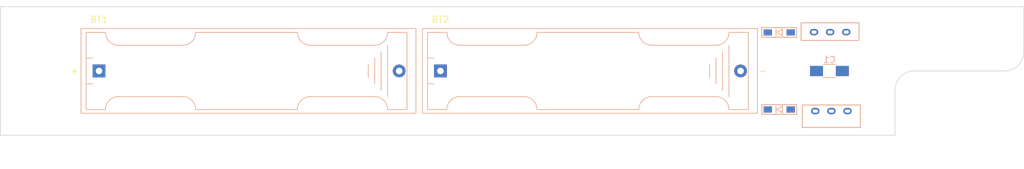
<source format=kicad_pcb>
(kicad_pcb (version 20171130) (host pcbnew "(5.1.5)-3")

  (general
    (thickness 3)
    (drawings 12)
    (tracks 0)
    (zones 0)
    (modules 10)
    (nets 7)
  )

  (page A3)
  (layers
    (0 F.Cu signal)
    (31 B.Cu signal)
    (32 B.Adhes user)
    (33 F.Adhes user)
    (34 B.Paste user)
    (35 F.Paste user)
    (36 B.SilkS user)
    (37 F.SilkS user)
    (38 B.Mask user)
    (39 F.Mask user)
    (40 Dwgs.User user)
    (41 Cmts.User user)
    (42 Eco1.User user)
    (43 Eco2.User user)
    (44 Edge.Cuts user)
    (45 Margin user)
    (46 B.CrtYd user)
    (47 F.CrtYd user)
    (48 B.Fab user)
    (49 F.Fab user)
  )

  (setup
    (last_trace_width 0.25)
    (user_trace_width 0.5)
    (trace_clearance 0.2)
    (zone_clearance 0.508)
    (zone_45_only no)
    (trace_min 0.2)
    (via_size 0.8)
    (via_drill 0.4)
    (via_min_size 0.4)
    (via_min_drill 0.3)
    (uvia_size 0.3)
    (uvia_drill 0.1)
    (uvias_allowed no)
    (uvia_min_size 0.2)
    (uvia_min_drill 0.1)
    (edge_width 0.1)
    (segment_width 0.2)
    (pcb_text_width 0.3)
    (pcb_text_size 1.5 1.5)
    (mod_edge_width 0.15)
    (mod_text_size 1 1)
    (mod_text_width 0.15)
    (pad_size 2.2 2.2)
    (pad_drill 2.2)
    (pad_to_mask_clearance 0)
    (solder_mask_min_width 0.25)
    (aux_axis_origin 0 0)
    (visible_elements 7FFFFFFF)
    (pcbplotparams
      (layerselection 0x01000_7ffffffe)
      (usegerberextensions false)
      (usegerberattributes false)
      (usegerberadvancedattributes false)
      (creategerberjobfile false)
      (excludeedgelayer true)
      (linewidth 0.100000)
      (plotframeref false)
      (viasonmask false)
      (mode 1)
      (useauxorigin false)
      (hpglpennumber 1)
      (hpglpenspeed 20)
      (hpglpendiameter 15.000000)
      (psnegative false)
      (psa4output false)
      (plotreference true)
      (plotvalue true)
      (plotinvisibletext false)
      (padsonsilk false)
      (subtractmaskfromsilk false)
      (outputformat 4)
      (mirror false)
      (drillshape 0)
      (scaleselection 1)
      (outputdirectory "C:/Users/サリチル酸/Desktop/"))
  )

  (net 0 "")
  (net 1 GND)
  (net 2 "Net-(BT1-Pad1)")
  (net 3 Bat+)
  (net 4 "Net-(D1-Pad1)")
  (net 5 "Net-(SW1-Pad3)")
  (net 6 "Net-(BT2-Pad1)")

  (net_class Default "これはデフォルトのネット クラスです。"
    (clearance 0.2)
    (trace_width 0.25)
    (via_dia 0.8)
    (via_drill 0.4)
    (uvia_dia 0.3)
    (uvia_drill 0.1)
    (add_net Bat+)
    (add_net GND)
    (add_net "Net-(BT1-Pad1)")
    (add_net "Net-(BT2-Pad1)")
    (add_net "Net-(D1-Pad1)")
    (add_net "Net-(SW1-Pad3)")
  )

  (module kbd:BatteryHolder_単4_Rev (layer F.Cu) (tedit 609D58DD) (tstamp 609DC656)
    (at 82.3 30)
    (descr "1xAAA Battery Holder, Keystone, Plastic Case, http://www.keyelco.com/product-pdf.cfm?p=1031")
    (tags "AAA battery holder Keystone")
    (path /609D63D6)
    (fp_text reference BT2 (at 0 -8 180) (layer F.SilkS)
      (effects (font (size 1 1) (thickness 0.15)))
    )
    (fp_text value Battery_Cell (at 22 0) (layer F.Fab)
      (effects (font (size 1 1) (thickness 0.15)))
    )
    (fp_line (start -2.8 -6.6) (end -2.8 6.6) (layer F.SilkS) (width 0.12))
    (fp_line (start -2 6) (end 1 6) (layer F.SilkS) (width 0.12))
    (fp_line (start -1 2) (end -2 2) (layer F.SilkS) (width 0.12))
    (fp_line (start -2 -6) (end -2 6) (layer F.SilkS) (width 0.12))
    (fp_line (start -2 -6) (end 1 -6) (layer F.SilkS) (width 0.12))
    (fp_line (start -2 -2) (end -1 -2) (layer F.SilkS) (width 0.12))
    (fp_line (start 3 -4) (end 13 -4) (layer B.SilkS) (width 0.12))
    (fp_line (start 3 4) (end 13 4) (layer B.SilkS) (width 0.12))
    (fp_arc (start 13 -6) (end 15 -6) (angle 90) (layer B.SilkS) (width 0.12))
    (fp_arc (start 3 6) (end 1 6) (angle 90) (layer B.SilkS) (width 0.12))
    (fp_arc (start 13 6) (end 13 4) (angle 90) (layer B.SilkS) (width 0.12))
    (fp_arc (start 3 -6) (end 3 -4) (angle 90) (layer B.SilkS) (width 0.12))
    (fp_line (start 30.8 -6) (end 15 -6) (layer B.SilkS) (width 0.12))
    (fp_arc (start 32.8 -6) (end 32.8 -4) (angle 90) (layer B.SilkS) (width 0.12))
    (fp_line (start 15 6) (end 30.8 6) (layer B.SilkS) (width 0.12))
    (fp_arc (start 32.8 6) (end 30.8 6) (angle 90) (layer B.SilkS) (width 0.12))
    (fp_arc (start 42.8 -6) (end 44.8 -6) (angle 90) (layer B.SilkS) (width 0.12))
    (fp_line (start 42.8 4) (end 32.8 4) (layer B.SilkS) (width 0.12))
    (fp_line (start 42.8 -2) (end 42.8 2) (layer B.SilkS) (width 0.12))
    (fp_arc (start 42.8 6) (end 42.8 4) (angle 90) (layer B.SilkS) (width 0.12))
    (fp_line (start 41.8 -1) (end 41.8 1) (layer B.SilkS) (width 0.12))
    (fp_line (start 42.8 -4) (end 32.8 -4) (layer B.SilkS) (width 0.12))
    (fp_line (start 43.8 3) (end 43.8 -3) (layer B.SilkS) (width 0.12))
    (fp_line (start 44.8 -4) (end 44.8 4) (layer B.SilkS) (width 0.12))
    (fp_line (start 49.2 -6.6) (end -2.8 -6.6) (layer B.SilkS) (width 0.12))
    (fp_line (start 47.8 -6) (end 44.8 -6) (layer B.SilkS) (width 0.12))
    (fp_line (start 47.8 6) (end 44.8 6) (layer B.SilkS) (width 0.12))
    (fp_line (start 47.8 -6) (end 47.8 6) (layer B.SilkS) (width 0.12))
    (fp_line (start -2.8 6.6) (end 49.2 6.6) (layer B.SilkS) (width 0.12))
    (fp_text user - (at 50.06 0) (layer F.SilkS)
      (effects (font (size 1 1) (thickness 0.15)))
    )
    (fp_line (start 49.2 6.6) (end 49.2 -6.6) (layer B.SilkS) (width 0.12))
    (fp_line (start -2.7 6.5) (end -2.7 0) (layer F.Fab) (width 0.1))
    (fp_line (start 47.3 6.5) (end -2.7 6.5) (layer F.Fab) (width 0.1))
    (fp_line (start 47.3 -6.5) (end 47.3 6.5) (layer F.Fab) (width 0.1))
    (fp_line (start -2.7 -6.5) (end 47.3 -6.5) (layer F.Fab) (width 0.1))
    (fp_line (start -2.7 0) (end -2.7 -6.5) (layer F.Fab) (width 0.1))
    (fp_line (start 47.8 6) (end 44.8 6) (layer F.SilkS) (width 0.12))
    (fp_line (start 47.8 -6) (end 47.8 6) (layer F.SilkS) (width 0.12))
    (fp_line (start 47.8 -6) (end 44.8 -6) (layer F.SilkS) (width 0.12))
    (fp_line (start -2 6) (end 1 6) (layer B.SilkS) (width 0.12))
    (fp_line (start -2 -6) (end -2 6) (layer B.SilkS) (width 0.12))
    (fp_line (start -2 -6) (end 1 -6) (layer B.SilkS) (width 0.12))
    (fp_arc (start 3 -6) (end 3 -4) (angle 90) (layer F.SilkS) (width 0.12))
    (fp_arc (start 42.8 -6) (end 44.8 -6) (angle 90) (layer F.SilkS) (width 0.12))
    (fp_arc (start 42.8 6) (end 42.8 4) (angle 90) (layer F.SilkS) (width 0.12))
    (fp_line (start 42.8 4) (end 32.8 4) (layer F.SilkS) (width 0.12))
    (fp_line (start 42.8 -4) (end 32.8 -4) (layer F.SilkS) (width 0.12))
    (fp_arc (start 3 6) (end 1 6) (angle 90) (layer F.SilkS) (width 0.12))
    (fp_line (start 3 -4) (end 13 -4) (layer F.SilkS) (width 0.12))
    (fp_line (start 3 4) (end 13 4) (layer F.SilkS) (width 0.12))
    (fp_arc (start 32.8 6) (end 30.8 6) (angle 90) (layer F.SilkS) (width 0.12))
    (fp_arc (start 13 6) (end 13 4) (angle 90) (layer F.SilkS) (width 0.12))
    (fp_arc (start 13 -6) (end 15 -6) (angle 90) (layer F.SilkS) (width 0.12))
    (fp_arc (start 32.8 -6) (end 32.8 -4) (angle 90) (layer F.SilkS) (width 0.12))
    (fp_line (start 30.8 -6) (end 15 -6) (layer F.SilkS) (width 0.12))
    (fp_line (start 15 6) (end 30.8 6) (layer F.SilkS) (width 0.12))
    (fp_line (start -1 2) (end -2 2) (layer B.SilkS) (width 0.12))
    (fp_line (start -2 -2) (end -1 -2) (layer B.SilkS) (width 0.12))
    (fp_line (start 44.8 -4) (end 44.8 4) (layer F.SilkS) (width 0.12))
    (fp_line (start 43.8 3) (end 43.8 -3) (layer F.SilkS) (width 0.12))
    (fp_line (start 42.8 -2) (end 42.8 2) (layer F.SilkS) (width 0.12))
    (fp_line (start 41.8 -1) (end 41.8 1) (layer F.SilkS) (width 0.12))
    (fp_line (start 49.2 -6.6) (end -2.8 -6.6) (layer F.SilkS) (width 0.12))
    (fp_line (start -2.8 -6.6) (end -2.8 6.6) (layer B.SilkS) (width 0.12))
    (fp_line (start -2.8 6.6) (end 49.2 6.6) (layer F.SilkS) (width 0.12))
    (fp_line (start 49.2 6.6) (end 49.2 -6.6) (layer F.SilkS) (width 0.12))
    (fp_line (start 47.8 -7) (end -3.2 -7) (layer F.CrtYd) (width 0.05))
    (fp_line (start -3.2 -7) (end -3.2 7) (layer F.CrtYd) (width 0.05))
    (fp_line (start -3.2 7) (end 47.8 7) (layer F.CrtYd) (width 0.05))
    (fp_line (start 47.8 7) (end 47.8 -7) (layer F.CrtYd) (width 0.05))
    (fp_text user %R (at 0 0) (layer F.Fab)
      (effects (font (size 1 1) (thickness 0.15)))
    )
    (fp_text user - (at 50.06 0) (layer F.SilkS)
      (effects (font (size 1 1) (thickness 0.15)))
    )
    (pad 2 thru_hole circle (at 46.6 0) (size 2 2) (drill 1.02) (layers *.Cu *.Mask)
      (net 1 GND))
    (pad 1 thru_hole rect (at 0 0) (size 2 2) (drill 1.02) (layers *.Cu *.Mask)
      (net 6 "Net-(BT2-Pad1)"))
    (model ${KISYS3DMOD}/Battery.3dshapes/BatteryHolder_Keystone_2466_1xAAA.wrl
      (at (xyz 0 0 0))
      (scale (xyz 1 1 1))
      (rotate (xyz 0 0 0))
    )
  )

  (module kbd:BatteryHolder_単4_Rev (layer F.Cu) (tedit 609D58DD) (tstamp 6089F175)
    (at 29.3 30)
    (descr "1xAAA Battery Holder, Keystone, Plastic Case, http://www.keyelco.com/product-pdf.cfm?p=1031")
    (tags "AAA battery holder Keystone")
    (path /5D892970)
    (fp_text reference BT1 (at 0 -8 180) (layer F.SilkS)
      (effects (font (size 1 1) (thickness 0.15)))
    )
    (fp_text value Battery_Cell (at 22 0) (layer F.Fab)
      (effects (font (size 1 1) (thickness 0.15)))
    )
    (fp_text user + (at -3.81 0) (layer F.SilkS)
      (effects (font (size 1 1) (thickness 0.15)))
    )
    (fp_line (start -2.8 -6.6) (end -2.8 6.6) (layer F.SilkS) (width 0.12))
    (fp_line (start -2 6) (end 1 6) (layer F.SilkS) (width 0.12))
    (fp_line (start -1 2) (end -2 2) (layer F.SilkS) (width 0.12))
    (fp_line (start -2 -6) (end -2 6) (layer F.SilkS) (width 0.12))
    (fp_line (start -2 -6) (end 1 -6) (layer F.SilkS) (width 0.12))
    (fp_line (start -2 -2) (end -1 -2) (layer F.SilkS) (width 0.12))
    (fp_line (start 3 -4) (end 13 -4) (layer B.SilkS) (width 0.12))
    (fp_line (start 3 4) (end 13 4) (layer B.SilkS) (width 0.12))
    (fp_arc (start 13 -6) (end 15 -6) (angle 90) (layer B.SilkS) (width 0.12))
    (fp_arc (start 3 6) (end 1 6) (angle 90) (layer B.SilkS) (width 0.12))
    (fp_arc (start 13 6) (end 13 4) (angle 90) (layer B.SilkS) (width 0.12))
    (fp_arc (start 3 -6) (end 3 -4) (angle 90) (layer B.SilkS) (width 0.12))
    (fp_line (start 30.8 -6) (end 15 -6) (layer B.SilkS) (width 0.12))
    (fp_arc (start 32.8 -6) (end 32.8 -4) (angle 90) (layer B.SilkS) (width 0.12))
    (fp_line (start 15 6) (end 30.8 6) (layer B.SilkS) (width 0.12))
    (fp_arc (start 32.8 6) (end 30.8 6) (angle 90) (layer B.SilkS) (width 0.12))
    (fp_arc (start 42.8 -6) (end 44.8 -6) (angle 90) (layer B.SilkS) (width 0.12))
    (fp_line (start 42.8 4) (end 32.8 4) (layer B.SilkS) (width 0.12))
    (fp_line (start 42.8 -2) (end 42.8 2) (layer B.SilkS) (width 0.12))
    (fp_arc (start 42.8 6) (end 42.8 4) (angle 90) (layer B.SilkS) (width 0.12))
    (fp_line (start 41.8 -1) (end 41.8 1) (layer B.SilkS) (width 0.12))
    (fp_line (start 42.8 -4) (end 32.8 -4) (layer B.SilkS) (width 0.12))
    (fp_line (start 43.8 3) (end 43.8 -3) (layer B.SilkS) (width 0.12))
    (fp_line (start 44.8 -4) (end 44.8 4) (layer B.SilkS) (width 0.12))
    (fp_line (start 49.2 -6.6) (end -2.8 -6.6) (layer B.SilkS) (width 0.12))
    (fp_line (start 47.8 -6) (end 44.8 -6) (layer B.SilkS) (width 0.12))
    (fp_line (start 47.8 6) (end 44.8 6) (layer B.SilkS) (width 0.12))
    (fp_line (start 47.8 -6) (end 47.8 6) (layer B.SilkS) (width 0.12))
    (fp_line (start -2.8 6.6) (end 49.2 6.6) (layer B.SilkS) (width 0.12))
    (fp_line (start 49.2 6.6) (end 49.2 -6.6) (layer B.SilkS) (width 0.12))
    (fp_line (start -2.7 6.5) (end -2.7 0) (layer F.Fab) (width 0.1))
    (fp_line (start 47.3 6.5) (end -2.7 6.5) (layer F.Fab) (width 0.1))
    (fp_line (start 47.3 -6.5) (end 47.3 6.5) (layer F.Fab) (width 0.1))
    (fp_line (start -2.7 -6.5) (end 47.3 -6.5) (layer F.Fab) (width 0.1))
    (fp_line (start -2.7 0) (end -2.7 -6.5) (layer F.Fab) (width 0.1))
    (fp_line (start 47.8 6) (end 44.8 6) (layer F.SilkS) (width 0.12))
    (fp_line (start 47.8 -6) (end 47.8 6) (layer F.SilkS) (width 0.12))
    (fp_line (start 47.8 -6) (end 44.8 -6) (layer F.SilkS) (width 0.12))
    (fp_line (start -2 6) (end 1 6) (layer B.SilkS) (width 0.12))
    (fp_line (start -2 -6) (end -2 6) (layer B.SilkS) (width 0.12))
    (fp_line (start -2 -6) (end 1 -6) (layer B.SilkS) (width 0.12))
    (fp_arc (start 3 -6) (end 3 -4) (angle 90) (layer F.SilkS) (width 0.12))
    (fp_arc (start 42.8 -6) (end 44.8 -6) (angle 90) (layer F.SilkS) (width 0.12))
    (fp_arc (start 42.8 6) (end 42.8 4) (angle 90) (layer F.SilkS) (width 0.12))
    (fp_line (start 42.8 4) (end 32.8 4) (layer F.SilkS) (width 0.12))
    (fp_line (start 42.8 -4) (end 32.8 -4) (layer F.SilkS) (width 0.12))
    (fp_arc (start 3 6) (end 1 6) (angle 90) (layer F.SilkS) (width 0.12))
    (fp_line (start 3 -4) (end 13 -4) (layer F.SilkS) (width 0.12))
    (fp_line (start 3 4) (end 13 4) (layer F.SilkS) (width 0.12))
    (fp_arc (start 32.8 6) (end 30.8 6) (angle 90) (layer F.SilkS) (width 0.12))
    (fp_arc (start 13 6) (end 13 4) (angle 90) (layer F.SilkS) (width 0.12))
    (fp_arc (start 13 -6) (end 15 -6) (angle 90) (layer F.SilkS) (width 0.12))
    (fp_arc (start 32.8 -6) (end 32.8 -4) (angle 90) (layer F.SilkS) (width 0.12))
    (fp_line (start 30.8 -6) (end 15 -6) (layer F.SilkS) (width 0.12))
    (fp_line (start 15 6) (end 30.8 6) (layer F.SilkS) (width 0.12))
    (fp_line (start -1 2) (end -2 2) (layer B.SilkS) (width 0.12))
    (fp_line (start -2 -2) (end -1 -2) (layer B.SilkS) (width 0.12))
    (fp_line (start 44.8 -4) (end 44.8 4) (layer F.SilkS) (width 0.12))
    (fp_line (start 43.8 3) (end 43.8 -3) (layer F.SilkS) (width 0.12))
    (fp_line (start 42.8 -2) (end 42.8 2) (layer F.SilkS) (width 0.12))
    (fp_line (start 41.8 -1) (end 41.8 1) (layer F.SilkS) (width 0.12))
    (fp_line (start 49.2 -6.6) (end -2.8 -6.6) (layer F.SilkS) (width 0.12))
    (fp_line (start -2.8 -6.6) (end -2.8 6.6) (layer B.SilkS) (width 0.12))
    (fp_line (start -2.8 6.6) (end 49.2 6.6) (layer F.SilkS) (width 0.12))
    (fp_line (start 49.2 6.6) (end 49.2 -6.6) (layer F.SilkS) (width 0.12))
    (fp_line (start 47.8 -7) (end -3.2 -7) (layer F.CrtYd) (width 0.05))
    (fp_line (start -3.2 -7) (end -3.2 7) (layer F.CrtYd) (width 0.05))
    (fp_line (start -3.2 7) (end 47.8 7) (layer F.CrtYd) (width 0.05))
    (fp_line (start 47.8 7) (end 47.8 -7) (layer F.CrtYd) (width 0.05))
    (fp_text user %R (at 0 0) (layer F.Fab)
      (effects (font (size 1 1) (thickness 0.15)))
    )
    (fp_text user + (at -3.81 0) (layer F.SilkS)
      (effects (font (size 1 1) (thickness 0.15)))
    )
    (pad 2 thru_hole circle (at 46.6 0) (size 2 2) (drill 1.02) (layers *.Cu *.Mask)
      (net 1 GND))
    (pad 1 thru_hole rect (at 0 0) (size 2 2) (drill 1.02) (layers *.Cu *.Mask)
      (net 2 "Net-(BT1-Pad1)"))
    (model ${KISYS3DMOD}/Battery.3dshapes/BatteryHolder_Keystone_2466_1xAAA.wrl
      (at (xyz 0 0 0))
      (scale (xyz 1 1 1))
      (rotate (xyz 0 0 0))
    )
  )

  (module kbd:HOLE_m2 (layer F.Cu) (tedit 5CAF8CEE) (tstamp 609DE85A)
    (at 19 37)
    (descr "Mounting Hole 2.2mm, no annular, M2")
    (tags "mounting hole 2.2mm no annular m2")
    (path /609D9CF6)
    (attr virtual)
    (fp_text reference J4 (at 0 -3.2) (layer F.Fab)
      (effects (font (size 1 1) (thickness 0.15)))
    )
    (fp_text value Conn_01x01 (at 0 3.2) (layer F.Fab)
      (effects (font (size 1 1) (thickness 0.15)))
    )
    (fp_circle (center 0 0) (end 2.45 0) (layer F.CrtYd) (width 0.05))
    (fp_circle (center 0 0) (end 2.2 0) (layer Cmts.User) (width 0.15))
    (fp_text user %R (at 0.3 0) (layer F.Fab)
      (effects (font (size 1 1) (thickness 0.15)))
    )
    (pad "" np_thru_hole circle (at 0 0) (size 2.2 2.2) (drill 2.2) (layers *.Cu *.Mask))
  )

  (module kbd:MSK-12D19_r (layer F.Cu) (tedit 5FAACD85) (tstamp 6089F1BC)
    (at 143 37.3 180)
    (path /5D892A93)
    (fp_text reference SW1 (at 0 -2) (layer F.Fab)
      (effects (font (size 1 1) (thickness 0.15)))
    )
    (fp_text value SW_Push_SPDT (at 0 3.5) (layer F.Fab) hide
      (effects (font (size 1 1) (thickness 0.15)))
    )
    (fp_line (start -4.5 2) (end 4.5 2) (layer B.SilkS) (width 0.15))
    (fp_line (start -4.5 -1.5) (end -4.5 2) (layer B.SilkS) (width 0.15))
    (fp_line (start 4.5 2) (end 4.5 -1.5) (layer B.SilkS) (width 0.15))
    (fp_line (start 4.5 -1.5) (end -4.5 -1.5) (layer B.SilkS) (width 0.15))
    (fp_line (start 4.5 -1.5) (end 4.5 2) (layer F.SilkS) (width 0.15))
    (fp_line (start -4.5 -1.5) (end 4.5 -1.5) (layer F.SilkS) (width 0.15))
    (fp_line (start -4.5 2) (end -4.5 -1.5) (layer F.SilkS) (width 0.15))
    (fp_line (start 4.5 2) (end -4.5 2) (layer F.SilkS) (width 0.15))
    (fp_text user MSK-12D19 (at 0 -0.5) (layer F.SilkS) hide
      (effects (font (size 1 1) (thickness 0.15)))
    )
    (pad 1 thru_hole oval (at -2.5 1.05 180) (size 1.3 1) (drill oval 0.8 0.5) (layers *.Cu *.Mask)
      (net 3 Bat+) (clearance 0.15))
    (pad 2 thru_hole oval (at 0 1.05 180) (size 1.3 1) (drill oval 0.8 0.5) (layers *.Cu *.Mask)
      (net 4 "Net-(D1-Pad1)") (clearance 0.15))
    (pad 3 thru_hole oval (at 2.5 1.05 180) (size 1.3 1) (drill oval 0.8 0.5) (layers *.Cu *.Mask)
      (net 5 "Net-(SW1-Pad3)") (clearance 0.15))
    (model "../../../../../../Users/pluis/Documents/Magic Briefcase/Documents/KiCad/3d/AB2_TRS_3p5MM_PTH.wrl"
      (at (xyz 0 0 0))
      (scale (xyz 0.42 0.42 0.42))
      (rotate (xyz 0 0 90))
    )
  )

  (module kbd:XH2.5_rev (layer B.Cu) (tedit 609D563F) (tstamp 6089F1A0)
    (at 142.8 24)
    (path /5D9B70C9)
    (fp_text reference J1 (at -3 2) (layer B.Fab)
      (effects (font (size 1 1) (thickness 0.15)) (justify mirror))
    )
    (fp_text value Conn_01x02 (at 0 -3.5) (layer B.Fab) hide
      (effects (font (size 1 1) (thickness 0.15)) (justify mirror))
    )
    (fp_line (start -4.5 -1.5) (end -4.5 1.25) (layer F.SilkS) (width 0.15))
    (fp_line (start -4.5 1.25) (end 4.5 1.25) (layer F.SilkS) (width 0.15))
    (fp_line (start 4.5 -1.5) (end -4.5 -1.5) (layer F.SilkS) (width 0.15))
    (fp_line (start 4.5 1.25) (end 4.5 -1.5) (layer F.SilkS) (width 0.15))
    (fp_line (start 4.5 1.25) (end 4.5 -1.5) (layer B.SilkS) (width 0.15))
    (fp_line (start -4.5 1.25) (end 4.5 1.25) (layer B.SilkS) (width 0.15))
    (fp_line (start -4.5 -1.5) (end -4.5 1.25) (layer B.SilkS) (width 0.15))
    (fp_line (start 4.5 -1.5) (end -4.5 -1.5) (layer B.SilkS) (width 0.15))
    (fp_text user XH2.5 (at 1.25 2) (layer B.SilkS) hide
      (effects (font (size 1 1) (thickness 0.15)) (justify mirror))
    )
    (pad 2 thru_hole oval (at -2.5 -0.05) (size 1.3 1) (drill oval 0.8 0.5) (layers *.Cu *.Mask)
      (net 1 GND) (clearance 0.15))
    (pad 1 thru_hole oval (at 0 -0.05) (size 1.3 1) (drill oval 0.8 0.5) (layers *.Cu *.Mask)
      (net 3 Bat+) (clearance 0.15))
    (pad 2 thru_hole oval (at 2.5 -0.05) (size 1.3 1) (drill oval 0.8 0.5) (layers *.Cu *.Mask)
      (net 1 GND) (clearance 0.15))
    (model "../../../../../../Users/pluis/Documents/Magic Briefcase/Documents/KiCad/3d/AB2_TRS_3p5MM_PTH.wrl"
      (at (xyz 0 0 0))
      (scale (xyz 0.42 0.42 0.42))
      (rotate (xyz 0 0 90))
    )
  )

  (module kbd:D3_SMD (layer F.Cu) (tedit 5B7FD6E5) (tstamp 609DC69B)
    (at 134.9 36)
    (descr "Resitance 3 pas")
    (tags R)
    (path /609D63E0)
    (autoplace_cost180 10)
    (fp_text reference D2 (at 0.5 0) (layer F.Fab) hide
      (effects (font (size 0.5 0.5) (thickness 0.125)))
    )
    (fp_text value D (at -0.6 0) (layer F.Fab) hide
      (effects (font (size 0.5 0.5) (thickness 0.125)))
    )
    (fp_line (start 2.7 0.75) (end 2.7 -0.75) (layer B.SilkS) (width 0.15))
    (fp_line (start -2.7 0.75) (end 2.7 0.75) (layer B.SilkS) (width 0.15))
    (fp_line (start -2.7 -0.75) (end -2.7 0.75) (layer B.SilkS) (width 0.15))
    (fp_line (start 2.7 -0.75) (end -2.7 -0.75) (layer B.SilkS) (width 0.15))
    (fp_line (start 0.5 0.5) (end -0.4 0) (layer B.SilkS) (width 0.15))
    (fp_line (start 0.5 -0.5) (end 0.5 0.5) (layer B.SilkS) (width 0.15))
    (fp_line (start -0.4 0) (end 0.5 -0.5) (layer B.SilkS) (width 0.15))
    (fp_line (start -2.7 0.75) (end 2.7 0.75) (layer F.SilkS) (width 0.15))
    (fp_line (start 2.7 -0.75) (end -2.7 -0.75) (layer F.SilkS) (width 0.15))
    (fp_line (start -2.7 -0.75) (end -2.7 0.75) (layer F.SilkS) (width 0.15))
    (fp_line (start 2.7 -0.75) (end 2.7 0.75) (layer F.SilkS) (width 0.15))
    (fp_line (start -0.5 -0.5) (end -0.5 0.5) (layer B.SilkS) (width 0.15))
    (fp_line (start 0.5 -0.5) (end 0.5 0.5) (layer F.SilkS) (width 0.15))
    (fp_line (start 0.5 0.5) (end -0.4 0) (layer F.SilkS) (width 0.15))
    (fp_line (start -0.4 0) (end 0.5 -0.5) (layer F.SilkS) (width 0.15))
    (fp_line (start -0.5 -0.5) (end -0.5 0.5) (layer F.SilkS) (width 0.15))
    (pad 2 smd rect (at 1.775 0) (size 1.3 0.95) (layers F.Cu F.Paste F.Mask)
      (net 6 "Net-(BT2-Pad1)"))
    (pad 1 smd rect (at -1.775 0) (size 1.3 0.95) (layers B.Cu B.Paste B.Mask)
      (net 4 "Net-(D1-Pad1)"))
    (pad 2 smd rect (at 1.775 0) (size 1.3 0.95) (layers B.Cu B.Paste B.Mask)
      (net 6 "Net-(BT2-Pad1)"))
    (pad 1 smd rect (at -1.775 0) (size 1.3 0.95) (layers F.Cu F.Paste F.Mask)
      (net 4 "Net-(D1-Pad1)"))
    (model Diodes_SMD.3dshapes/SMB_Handsoldering.wrl
      (at (xyz 0 0 0))
      (scale (xyz 0.22 0.15 0.15))
      (rotate (xyz 0 0 180))
    )
  )

  (module kbd:D3_SMD (layer F.Cu) (tedit 5B7FD6E5) (tstamp 6089F194)
    (at 134.9 24)
    (descr "Resitance 3 pas")
    (tags R)
    (path /5D8929BA)
    (autoplace_cost180 10)
    (fp_text reference D1 (at 0.5 0) (layer F.Fab) hide
      (effects (font (size 0.5 0.5) (thickness 0.125)))
    )
    (fp_text value D (at -0.6 0) (layer F.Fab) hide
      (effects (font (size 0.5 0.5) (thickness 0.125)))
    )
    (fp_line (start 2.7 0.75) (end 2.7 -0.75) (layer B.SilkS) (width 0.15))
    (fp_line (start -2.7 0.75) (end 2.7 0.75) (layer B.SilkS) (width 0.15))
    (fp_line (start -2.7 -0.75) (end -2.7 0.75) (layer B.SilkS) (width 0.15))
    (fp_line (start 2.7 -0.75) (end -2.7 -0.75) (layer B.SilkS) (width 0.15))
    (fp_line (start 0.5 0.5) (end -0.4 0) (layer B.SilkS) (width 0.15))
    (fp_line (start 0.5 -0.5) (end 0.5 0.5) (layer B.SilkS) (width 0.15))
    (fp_line (start -0.4 0) (end 0.5 -0.5) (layer B.SilkS) (width 0.15))
    (fp_line (start -2.7 0.75) (end 2.7 0.75) (layer F.SilkS) (width 0.15))
    (fp_line (start 2.7 -0.75) (end -2.7 -0.75) (layer F.SilkS) (width 0.15))
    (fp_line (start -2.7 -0.75) (end -2.7 0.75) (layer F.SilkS) (width 0.15))
    (fp_line (start 2.7 -0.75) (end 2.7 0.75) (layer F.SilkS) (width 0.15))
    (fp_line (start -0.5 -0.5) (end -0.5 0.5) (layer B.SilkS) (width 0.15))
    (fp_line (start 0.5 -0.5) (end 0.5 0.5) (layer F.SilkS) (width 0.15))
    (fp_line (start 0.5 0.5) (end -0.4 0) (layer F.SilkS) (width 0.15))
    (fp_line (start -0.4 0) (end 0.5 -0.5) (layer F.SilkS) (width 0.15))
    (fp_line (start -0.5 -0.5) (end -0.5 0.5) (layer F.SilkS) (width 0.15))
    (pad 2 smd rect (at 1.775 0) (size 1.3 0.95) (layers F.Cu F.Paste F.Mask)
      (net 2 "Net-(BT1-Pad1)"))
    (pad 1 smd rect (at -1.775 0) (size 1.3 0.95) (layers B.Cu B.Paste B.Mask)
      (net 4 "Net-(D1-Pad1)"))
    (pad 2 smd rect (at 1.775 0) (size 1.3 0.95) (layers B.Cu B.Paste B.Mask)
      (net 2 "Net-(BT1-Pad1)"))
    (pad 1 smd rect (at -1.775 0) (size 1.3 0.95) (layers F.Cu F.Paste F.Mask)
      (net 4 "Net-(D1-Pad1)"))
    (model Diodes_SMD.3dshapes/SMB_Handsoldering.wrl
      (at (xyz 0 0 0))
      (scale (xyz 0.22 0.15 0.15))
      (rotate (xyz 0 0 180))
    )
  )

  (module kbd:C_1206_HandSoldering_rev (layer F.Cu) (tedit 5FAD3D88) (tstamp 6089F186)
    (at 142.7 30)
    (descr "Capacitor SMD 1206, hand soldering")
    (tags "capacitor 1206")
    (path /5D892AEE)
    (attr smd)
    (fp_text reference "" (at 0 -1.75) (layer F.SilkS)
      (effects (font (size 1 1) (thickness 0.15)))
    )
    (fp_text value C_Small (at 0 2) (layer F.Fab)
      (effects (font (size 1 1) (thickness 0.15)))
    )
    (fp_text user C1 (at 0 -1.75) (layer B.SilkS)
      (effects (font (size 1 1) (thickness 0.15)) (justify mirror))
    )
    (fp_line (start 1 1.02) (end -1 1.02) (layer B.SilkS) (width 0.12))
    (fp_line (start 3.25 -1.05) (end -3.25 -1.05) (layer B.CrtYd) (width 0.05))
    (fp_line (start -1 -1.02) (end 1 -1.02) (layer B.SilkS) (width 0.12))
    (fp_line (start 3.25 1.05) (end -3.25 1.05) (layer F.CrtYd) (width 0.05))
    (fp_line (start 3.25 1.05) (end 3.25 -1.05) (layer F.CrtYd) (width 0.05))
    (fp_line (start -3.25 -1.05) (end -3.25 1.05) (layer F.CrtYd) (width 0.05))
    (fp_line (start -3.25 -1.05) (end 3.25 -1.05) (layer F.CrtYd) (width 0.05))
    (fp_line (start -1 1.02) (end 1 1.02) (layer F.SilkS) (width 0.12))
    (fp_line (start 1 -1.02) (end -1 -1.02) (layer F.SilkS) (width 0.12))
    (fp_line (start -1.6 -0.8) (end 1.6 -0.8) (layer F.Fab) (width 0.1))
    (fp_line (start 1.6 -0.8) (end 1.6 0.8) (layer F.Fab) (width 0.1))
    (fp_line (start 1.6 0.8) (end -1.6 0.8) (layer F.Fab) (width 0.1))
    (fp_line (start -1.6 0.8) (end -1.6 -0.8) (layer F.Fab) (width 0.1))
    (fp_text user %R (at 0 -1.75) (layer F.Fab)
      (effects (font (size 1 1) (thickness 0.15)))
    )
    (pad 2 smd rect (at 2 0) (size 2 1.6) (layers B.Cu B.Paste B.Mask)
      (net 1 GND))
    (pad 1 smd rect (at -2 0) (size 2 1.6) (layers F.Cu F.Paste F.Mask)
      (net 3 Bat+))
    (pad 2 smd rect (at 2 0) (size 2 1.6) (layers F.Cu F.Paste F.Mask)
      (net 1 GND))
    (pad 1 smd rect (at -2 0) (size 2 1.6) (layers B.Cu B.Paste B.Mask)
      (net 3 Bat+))
    (model Capacitors_SMD.3dshapes/C_1206.wrl
      (at (xyz 0 0 0))
      (scale (xyz 1 1 1))
      (rotate (xyz 0 0 0))
    )
  )

  (module kbd:HOLE_m2 (layer F.Cu) (tedit 5CAF8CEE) (tstamp 6089F1B0)
    (at 19 23)
    (descr "Mounting Hole 2.2mm, no annular, M2")
    (tags "mounting hole 2.2mm no annular m2")
    (path /5D890293)
    (attr virtual)
    (fp_text reference J3 (at 0 -3.2) (layer F.Fab)
      (effects (font (size 1 1) (thickness 0.15)))
    )
    (fp_text value Conn_01x01 (at 0 3.2) (layer F.Fab)
      (effects (font (size 1 1) (thickness 0.15)))
    )
    (fp_circle (center 0 0) (end 2.45 0) (layer F.CrtYd) (width 0.05))
    (fp_circle (center 0 0) (end 2.2 0) (layer Cmts.User) (width 0.15))
    (fp_text user %R (at 0.3 0) (layer F.Fab)
      (effects (font (size 1 1) (thickness 0.15)))
    )
    (pad "" np_thru_hole circle (at 0 0) (size 2.2 2.2) (drill 2.2) (layers *.Cu *.Mask))
  )

  (module kbd:HOLE_m2 (layer F.Cu) (tedit 5CAF8CEE) (tstamp 6089F1A8)
    (at 162.875 23)
    (descr "Mounting Hole 2.2mm, no annular, M2")
    (tags "mounting hole 2.2mm no annular m2")
    (path /5D88F5D5)
    (attr virtual)
    (fp_text reference J2 (at 0 -3.2) (layer F.Fab)
      (effects (font (size 1 1) (thickness 0.15)))
    )
    (fp_text value Conn_01x01 (at 0 3.2) (layer F.Fab)
      (effects (font (size 1 1) (thickness 0.15)))
    )
    (fp_circle (center 0 0) (end 2.45 0) (layer F.CrtYd) (width 0.05))
    (fp_circle (center 0 0) (end 2.2 0) (layer Cmts.User) (width 0.15))
    (fp_text user %R (at 0.3 0) (layer F.Fab)
      (effects (font (size 1 1) (thickness 0.15)))
    )
    (pad "" np_thru_hole circle (at 0 0) (size 2.2 2.2) (drill 2.2) (layers *.Cu *.Mask))
  )

  (dimension 16 (width 0.15) (layer F.CrtYd)
    (gr_text "16.000 mm" (at 137 32 90) (layer F.CrtYd)
      (effects (font (size 1 1) (thickness 0.15)))
    )
    (feature1 (pts (xy 143.7 24) (xy 137.713579 24)))
    (feature2 (pts (xy 143.7 40) (xy 137.713579 40)))
    (crossbar (pts (xy 138.3 40) (xy 138.3 24)))
    (arrow1a (pts (xy 138.3 24) (xy 138.886421 25.126504)))
    (arrow1b (pts (xy 138.3 24) (xy 137.713579 25.126504)))
    (arrow2a (pts (xy 138.3 40) (xy 138.886421 38.873496)))
    (arrow2b (pts (xy 138.3 40) (xy 137.713579 38.873496)))
  )
  (dimension 9 (width 0.15) (layer F.CrtYd)
    (gr_text "9.000 mm" (at 142.5 43.9) (layer F.CrtYd)
      (effects (font (size 1 1) (thickness 0.15)))
    )
    (feature1 (pts (xy 147 39.8) (xy 147 43.186421)))
    (feature2 (pts (xy 138 39.8) (xy 138 43.186421)))
    (crossbar (pts (xy 138 42.6) (xy 147 42.6)))
    (arrow1a (pts (xy 147 42.6) (xy 145.873496 43.186421)))
    (arrow1b (pts (xy 147 42.6) (xy 145.873496 42.013579)))
    (arrow2a (pts (xy 138 42.6) (xy 139.126504 43.186421)))
    (arrow2b (pts (xy 138 42.6) (xy 139.126504 42.013579)))
  )
  (dimension 117.5 (width 0.15) (layer F.CrtYd)
    (gr_text "117.500 mm" (at 72.75 45.9) (layer F.CrtYd) (tstamp 609DF5D7)
      (effects (font (size 1 1) (thickness 0.15)))
    )
    (feature1 (pts (xy 14 36.6) (xy 14 45.186421)))
    (feature2 (pts (xy 131.5 36.6) (xy 131.5 45.186421)))
    (crossbar (pts (xy 131.5 44.6) (xy 14 44.6)))
    (arrow1a (pts (xy 14 44.6) (xy 15.126504 44.013579)))
    (arrow1b (pts (xy 14 44.6) (xy 15.126504 45.186421)))
    (arrow2a (pts (xy 131.5 44.6) (xy 130.373496 44.013579)))
    (arrow2b (pts (xy 131.5 44.6) (xy 130.373496 45.186421)))
  )
  (dimension 124 (width 0.15) (layer F.CrtYd)
    (gr_text "124.000 mm" (at 76 43) (layer F.CrtYd)
      (effects (font (size 1 1) (thickness 0.15)))
    )
    (feature1 (pts (xy 138 40) (xy 138 42.286421)))
    (feature2 (pts (xy 14 40) (xy 14 42.286421)))
    (crossbar (pts (xy 14 41.7) (xy 138 41.7)))
    (arrow1a (pts (xy 138 41.7) (xy 136.873496 42.286421)))
    (arrow1b (pts (xy 138 41.7) (xy 136.873496 41.113579)))
    (arrow2a (pts (xy 14 41.7) (xy 15.126504 42.286421)))
    (arrow2b (pts (xy 14 41.7) (xy 15.126504 41.113579)))
  )
  (gr_line (start 14 20) (end 172.875 20) (layer Edge.Cuts) (width 0.1) (tstamp 605227A5))
  (gr_line (start 14 40) (end 152.875 40) (layer Edge.Cuts) (width 0.1))
  (gr_arc (start 169.875 27) (end 169.875 30) (angle -90) (layer Edge.Cuts) (width 0.1))
  (gr_arc (start 155.875 33) (end 155.875 30) (angle -90) (layer Edge.Cuts) (width 0.1))
  (gr_line (start 172.875 27) (end 172.875 20) (layer Edge.Cuts) (width 0.1))
  (gr_line (start 155.875 30) (end 169.875 30) (layer Edge.Cuts) (width 0.1))
  (gr_line (start 152.875 40) (end 152.875 33) (layer Edge.Cuts) (width 0.1))
  (gr_line (start 14 20) (end 14 40) (layer Edge.Cuts) (width 0.1))

)

</source>
